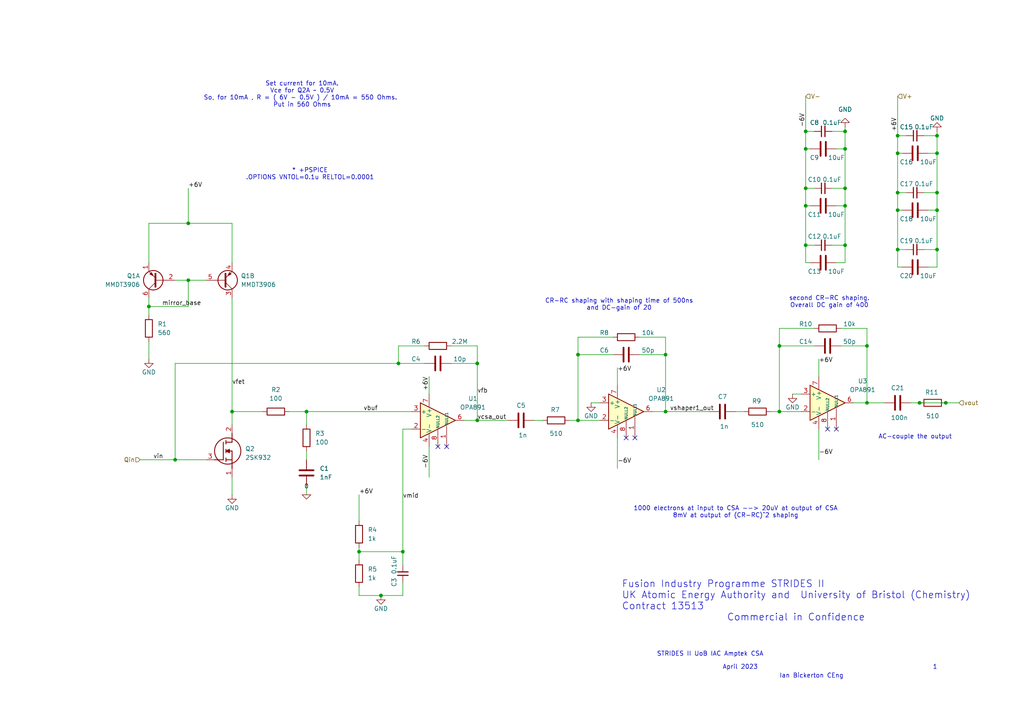
<source format=kicad_sch>
(kicad_sch (version 20231120) (generator "eeschema") (generator_version "8.0")
  (paper "A4")
  (lib_symbols
    (symbol "2SK932:2SK932" (pin_names hide)
      (property "Reference" "Q" (at 11.43 3.81 0))
      (property "Value" "2SK932" (at 11.43 1.27 0))
      (symbol "2SK932_1_1"
        (polyline (pts (xy 2.54 0) (xy 5.08 0)) (stroke (width 0.254)))
        (polyline (pts (xy 5.08 5.08) (xy 5.08 0)) (stroke (width 0.254)))
        (polyline (pts (xy 5.842 -0.508) (xy 5.842 0.508)) (stroke (width 0.254)))
        (polyline (pts (xy 5.842 0) (xy 7.62 0)) (stroke (width 0.254)))
        (polyline (pts (xy 5.842 2.032) (xy 5.842 3.048)) (stroke (width 0.254)))
        (polyline (pts (xy 5.842 5.588) (xy 5.842 4.572)) (stroke (width 0.254)))
        (polyline (pts (xy 7.62 2.54) (xy 5.842 2.54)) (stroke (width 0.254)))
        (polyline (pts (xy 7.62 2.54) (xy 7.62 -2.54)) (stroke (width 0.254)))
        (polyline (pts (xy 7.62 5.08) (xy 5.842 5.08)) (stroke (width 0.254)))
        (polyline (pts (xy 7.62 5.08) (xy 7.62 7.62)) (stroke (width 0.254)))
        (polyline (pts (xy 5.842 2.54) (xy 6.858 3.048) (xy 6.858 2.032) (xy 5.842 2.54)) (stroke (width 0.254)) (fill (type outline)))
        (circle (center 6.35 2.54) (radius 3.81) (stroke (width 0.254)))
        (pin passive line (at 7.62 -5.08 90) (length 2.54) (name "S") (number "1"))
        (pin passive line (at 7.62 10.16 270) (length 2.54) (name "D") (number "2"))
        (pin passive line (at 0 0 0) (length 2.54) (name "G") (number "3"))
      )
    )
    (symbol "Device:C" (pin_numbers hide) (pin_names (offset 0.254))
      (property "Reference" "C" (at 0.635 2.54 0))
      (property "Value" "C" (at 0.635 -2.54 0))
      (symbol "C_0_1"
        (polyline (pts (xy -2.032 -0.762) (xy 2.032 -0.762)) (stroke (width 0.508)))
        (polyline (pts (xy -2.032 0.762) (xy 2.032 0.762)) (stroke (width 0.508)))
      )
      (symbol "C_1_1"
        (pin passive line (at 0 3.81 270) (length 2.794) (name "~") (number "1"))
        (pin passive line (at 0 -3.81 90) (length 2.794) (name "~") (number "2"))
      )
    )
    (symbol "Device:C_Small" (pin_numbers hide) (pin_names (offset 0.254) hide)
      (property "Reference" "C" (at 0.254 1.778 0))
      (property "Value" "C_Small" (at 0.254 -2.032 0))
      (symbol "C_Small_0_1"
        (polyline (pts (xy -1.524 -0.508) (xy 1.524 -0.508)) (stroke (width 0.3302)))
        (polyline (pts (xy -1.524 0.508) (xy 1.524 0.508)) (stroke (width 0.3048)))
      )
      (symbol "C_Small_1_1"
        (pin passive line (at 0 2.54 270) (length 2.032) (name "~") (number "1"))
        (pin passive line (at 0 -2.54 90) (length 2.032) (name "~") (number "2"))
      )
    )
    (symbol "Device:R" (pin_numbers hide) (pin_names (offset 0))
      (property "Reference" "R" (at 2.032 0 90))
      (property "Value" "R" (at 0 0 90))
      (symbol "R_0_1"
        (rectangle (start -1.016 -2.54) (end 1.016 2.54) (stroke (width 0.254)))
      )
      (symbol "R_1_1"
        (pin passive line (at 0 3.81 270) (length 1.27) (name "~") (number "1"))
        (pin passive line (at 0 -3.81 90) (length 1.27) (name "~") (number "2"))
      )
    )
    (symbol "OPA891:OPA891" (pin_names (offset 0.127))
      (property "Reference" "U" (at 1.27 8.89 0))
      (property "Value" "OPA891" (at 1.27 6.35 0))
      (symbol "OPA891_0_1"
        (polyline (pts (xy -5.08 5.08) (xy 5.08 0) (xy -5.08 -5.08) (xy -5.08 5.08)) (stroke (width 0.254)) (fill (type background)))
      )
      (symbol "OPA891_1_0"
        (pin power_in line (at -2.54 7.62 270) (length 3.81) (name "V+") (number "7"))
        (pin bidirectional line (at 0 -7.62 90) (length 5.08) (name "NULL2") (number "8"))
      )
      (symbol "OPA891_1_1"
        (pin bidirectional line (at 2.54 -7.62 90) (length 6) (name "NULL1") (number "1"))
        (pin input line (at -7.62 -2.54 0) (length 2.54) (name "-") (number "2"))
        (pin input line (at -7.62 2.54 0) (length 2.54) (name "+") (number "3"))
        (pin power_in line (at -2.54 -7.62 90) (length 3.81) (name "V-") (number "4"))
        (pin output line (at 7.62 0 180) (length 2.54) (name "~") (number "6"))
      )
    )
    (symbol "Simulation_SPICE:0" (power) (pin_numbers hide) (pin_names (offset 0) hide)
      (property "Value" "0" (at 0 -2.54 0))
      (symbol "0_0_1"
        (polyline (pts (xy -1.27 0) (xy 0 -1.27) (xy 1.27 0) (xy -1.27 0)))
      )
      (symbol "0_1_1"
        (pin power_in line (at 0 0 0) (length 0) (name "~") (number "1"))
      )
    )
    (symbol "Transistor_BJT:MMDT3906" (pin_names (offset 0) hide)
      (property "Reference" "Q" (at 5.08 1.27 0))
      (property "Value" "MMDT3906" (at 5.08 -1.27 0))
      (symbol "MMDT3906_0_1"
        (polyline (pts (xy 0.635 0) (xy -2.54 0)))
        (polyline (pts (xy 0.635 0.635) (xy 2.54 2.54)))
        (polyline (pts (xy 0.635 -0.635) (xy 2.54 -2.54) (xy 2.54 -2.54)))
        (polyline (pts (xy 0.635 1.905) (xy 0.635 -1.905) (xy 0.635 -1.905)) (stroke (width 0.508)))
        (polyline (pts (xy 2.286 -1.778) (xy 1.778 -2.286) (xy 1.27 -1.27) (xy 2.286 -1.778) (xy 2.286 -1.778)) (fill (type outline)))
        (circle (center 1.27 0) (radius 2.8194) (stroke (width 0.254)))
      )
      (symbol "MMDT3906_1_1"
        (pin passive line (at 2.54 -5.08 90) (length 2.54) (name "E1") (number "1"))
        (pin input line (at -5.08 0 0) (length 2.54) (name "B1") (number "2"))
        (pin passive line (at 2.54 5.08 270) (length 2.54) (name "C1") (number "6"))
      )
      (symbol "MMDT3906_2_1"
        (pin passive line (at 2.54 5.08 270) (length 2.54) (name "C2") (number "3"))
        (pin passive line (at 2.54 -5.08 90) (length 2.54) (name "E2") (number "4"))
        (pin input line (at -5.08 0 0) (length 2.54) (name "B2") (number "5"))
      )
    )
    (symbol "power:GND" (power) (pin_names (offset 0))
      (property "Value" "GND" (at 0 -3.81 0))
      (symbol "GND_0_1"
        (polyline (pts (xy 0 0) (xy 0 -1.27) (xy 1.27 -1.27) (xy 0 -2.54) (xy -1.27 -1.27) (xy 0 -1.27)))
      )
      (symbol "GND_1_1"
        (pin power_in line (at 0 0 270) (length 0) hide (name "GND") (number "1"))
      )
    )
  )
  (junction (at 251.46 116.84))
  (junction (at 54.61 64.77))
  (junction (at 274.32 116.84))
  (junction (at 138.43 105.41))
  (junction (at 251.46 100.33))
  (junction (at 193.04 102.87))
  (junction (at 271.78 72.39))
  (junction (at 67.31 119.38))
  (junction (at 88.9 119.38))
  (junction (at 266.7 116.84))
  (junction (at 260.35 72.39))
  (junction (at 260.35 39.37))
  (junction (at 245.11 54.61))
  (junction (at 115.57 105.41))
  (junction (at 233.68 38.1))
  (junction (at 104.14 160.02))
  (junction (at 54.61 81.28))
  (junction (at 193.04 119.38))
  (junction (at 245.11 71.12))
  (junction (at 110.49 172.72))
  (junction (at 116.84 160.02))
  (junction (at 245.11 43.18))
  (junction (at 271.78 44.45))
  (junction (at 50.8 133.35))
  (junction (at 43.18 88.9))
  (junction (at 233.68 43.18))
  (junction (at 271.78 39.37))
  (junction (at 260.35 55.88))
  (junction (at 260.35 44.45))
  (junction (at 233.68 71.12))
  (junction (at 233.68 59.69))
  (junction (at 226.06 100.33))
  (junction (at 271.78 55.88))
  (junction (at 245.11 38.1))
  (junction (at 226.06 119.38))
  (junction (at 167.64 121.92))
  (junction (at 233.68 54.61))
  (junction (at 167.64 102.87))
  (junction (at 138.43 121.92))
  (junction (at 260.35 60.96))
  (junction (at 245.11 59.69))
  (junction (at 271.78 60.96))
  (no_connect (at 181.61 127))
  (no_connect (at 129.54 129.54))
  (no_connect (at 184.15 127))
  (no_connect (at 240.03 124.46))
  (no_connect (at 127 129.54))
  (no_connect (at 242.57 124.46))
  (wire (pts (xy 179.07 127) (xy 179.07 135.89)))
  (wire (pts (xy 251.46 100.33) (xy 251.46 116.84)))
  (wire (pts (xy 267.97 55.88) (xy 271.78 55.88)))
  (wire (pts (xy 123.19 100.33) (xy 115.57 100.33)))
  (wire (pts (xy 233.68 27.94) (xy 233.68 38.1)))
  (wire (pts (xy 116.84 163.83) (xy 116.84 160.02)))
  (wire (pts (xy 167.64 102.87) (xy 167.64 121.92)))
  (wire (pts (xy 245.11 43.18) (xy 245.11 54.61)))
  (wire (pts (xy 165.1 121.92) (xy 167.64 121.92)))
  (wire (pts (xy 261.62 60.96) (xy 260.35 60.96)))
  (wire (pts (xy 271.78 55.88) (xy 271.78 60.96)))
  (wire (pts (xy 130.81 100.33) (xy 138.43 100.33)))
  (wire (pts (xy 115.57 105.41) (xy 123.19 105.41)))
  (wire (pts (xy 54.61 81.28) (xy 59.69 81.28)))
  (wire (pts (xy 241.3 71.12) (xy 245.11 71.12)))
  (wire (pts (xy 67.31 64.77) (xy 54.61 64.77)))
  (wire (pts (xy 185.42 102.87) (xy 193.04 102.87)))
  (wire (pts (xy 266.7 116.84) (xy 274.32 116.84)))
  (wire (pts (xy 241.3 54.61) (xy 245.11 54.61)))
  (wire (pts (xy 134.62 121.92) (xy 138.43 121.92)))
  (wire (pts (xy 247.65 116.84) (xy 251.46 116.84)))
  (wire (pts (xy 267.97 39.37) (xy 271.78 39.37)))
  (wire (pts (xy 237.49 104.14) (xy 237.49 109.22)))
  (wire (pts (xy 271.78 39.37) (xy 271.78 38.1)))
  (wire (pts (xy 43.18 99.06) (xy 43.18 104.14)))
  (wire (pts (xy 271.78 44.45) (xy 271.78 55.88)))
  (wire (pts (xy 260.35 39.37) (xy 262.89 39.37)))
  (wire (pts (xy 242.57 43.18) (xy 245.11 43.18)))
  (wire (pts (xy 226.06 100.33) (xy 226.06 119.38)))
  (wire (pts (xy 243.84 95.25) (xy 251.46 95.25)))
  (wire (pts (xy 104.14 172.72) (xy 110.49 172.72)))
  (wire (pts (xy 138.43 105.41) (xy 138.43 121.92)))
  (wire (pts (xy 245.11 38.1) (xy 245.11 36.83)))
  (wire (pts (xy 116.84 160.02) (xy 104.14 160.02)))
  (wire (pts (xy 54.61 81.28) (xy 54.61 88.9)))
  (wire (pts (xy 154.94 121.92) (xy 157.48 121.92)))
  (wire (pts (xy 104.14 158.75) (xy 104.14 160.02)))
  (wire (pts (xy 269.24 77.47) (xy 271.78 77.47)))
  (wire (pts (xy 260.35 55.88) (xy 260.35 60.96)))
  (wire (pts (xy 271.78 44.45) (xy 271.78 39.37)))
  (wire (pts (xy 243.84 100.33) (xy 251.46 100.33)))
  (wire (pts (xy 50.8 133.35) (xy 59.69 133.35)))
  (wire (pts (xy 43.18 64.77) (xy 43.18 76.2)))
  (wire (pts (xy 119.38 124.46) (xy 116.84 124.46)))
  (wire (pts (xy 264.16 116.84) (xy 266.7 116.84)))
  (wire (pts (xy 251.46 116.84) (xy 256.54 116.84)))
  (wire (pts (xy 245.11 59.69) (xy 245.11 71.12)))
  (wire (pts (xy 226.06 119.38) (xy 232.41 119.38)))
  (wire (pts (xy 179.07 106.68) (xy 179.07 111.76)))
  (wire (pts (xy 193.04 97.79) (xy 193.04 102.87)))
  (wire (pts (xy 88.9 119.38) (xy 88.9 123.19)))
  (wire (pts (xy 260.35 44.45) (xy 260.35 55.88)))
  (wire (pts (xy 88.9 119.38) (xy 119.38 119.38)))
  (wire (pts (xy 67.31 123.19) (xy 67.31 119.38)))
  (wire (pts (xy 245.11 54.61) (xy 245.11 59.69)))
  (wire (pts (xy 54.61 54.61) (xy 54.61 64.77)))
  (wire (pts (xy 104.14 160.02) (xy 104.14 162.56)))
  (wire (pts (xy 260.35 60.96) (xy 260.35 72.39)))
  (wire (pts (xy 233.68 76.2) (xy 234.95 76.2)))
  (wire (pts (xy 233.68 43.18) (xy 233.68 38.1)))
  (wire (pts (xy 67.31 138.43) (xy 67.31 143.51)))
  (wire (pts (xy 261.62 77.47) (xy 260.35 77.47)))
  (wire (pts (xy 233.68 59.69) (xy 233.68 54.61)))
  (wire (pts (xy 104.14 170.18) (xy 104.14 172.72)))
  (wire (pts (xy 116.84 168.91) (xy 116.84 172.72)))
  (wire (pts (xy 40.64 133.35) (xy 50.8 133.35)))
  (wire (pts (xy 124.46 109.22) (xy 124.46 114.3)))
  (wire (pts (xy 193.04 119.38) (xy 205.74 119.38)))
  (wire (pts (xy 104.14 143.51) (xy 104.14 151.13)))
  (wire (pts (xy 43.18 86.36) (xy 43.18 88.9)))
  (wire (pts (xy 233.68 43.18) (xy 233.68 54.61)))
  (wire (pts (xy 242.57 76.2) (xy 245.11 76.2)))
  (wire (pts (xy 54.61 88.9) (xy 43.18 88.9)))
  (wire (pts (xy 50.8 105.41) (xy 50.8 133.35)))
  (wire (pts (xy 171.45 116.84) (xy 173.99 116.84)))
  (wire (pts (xy 229.87 114.3) (xy 232.41 114.3)))
  (wire (pts (xy 138.43 100.33) (xy 138.43 105.41)))
  (wire (pts (xy 67.31 86.36) (xy 67.31 119.38)))
  (wire (pts (xy 116.84 124.46) (xy 116.84 160.02)))
  (wire (pts (xy 251.46 95.25) (xy 251.46 100.33)))
  (wire (pts (xy 260.35 72.39) (xy 262.89 72.39)))
  (wire (pts (xy 260.35 27.94) (xy 260.35 39.37)))
  (wire (pts (xy 271.78 60.96) (xy 271.78 72.39)))
  (wire (pts (xy 124.46 129.54) (xy 124.46 138.43)))
  (wire (pts (xy 138.43 121.92) (xy 147.32 121.92)))
  (wire (pts (xy 261.62 44.45) (xy 260.35 44.45)))
  (wire (pts (xy 185.42 97.79) (xy 193.04 97.79)))
  (wire (pts (xy 233.68 59.69) (xy 234.95 59.69)))
  (wire (pts (xy 269.24 60.96) (xy 271.78 60.96)))
  (wire (pts (xy 177.8 97.79) (xy 167.64 97.79)))
  (wire (pts (xy 260.35 55.88) (xy 262.89 55.88)))
  (wire (pts (xy 233.68 59.69) (xy 233.68 71.12)))
  (wire (pts (xy 83.82 119.38) (xy 88.9 119.38)))
  (wire (pts (xy 245.11 43.18) (xy 245.11 38.1)))
  (wire (pts (xy 193.04 102.87) (xy 193.04 119.38)))
  (wire (pts (xy 50.8 105.41) (xy 115.57 105.41)))
  (wire (pts (xy 274.32 116.84) (xy 278.13 116.84)))
  (wire (pts (xy 88.9 130.81) (xy 88.9 133.35)))
  (wire (pts (xy 67.31 119.38) (xy 76.2 119.38)))
  (wire (pts (xy 213.36 119.38) (xy 215.9 119.38)))
  (wire (pts (xy 236.22 38.1) (xy 233.68 38.1)))
  (wire (pts (xy 226.06 95.25) (xy 226.06 100.33)))
  (wire (pts (xy 116.84 172.72) (xy 110.49 172.72)))
  (wire (pts (xy 67.31 76.2) (xy 67.31 64.77)))
  (wire (pts (xy 236.22 95.25) (xy 226.06 95.25)))
  (wire (pts (xy 242.57 59.69) (xy 245.11 59.69)))
  (wire (pts (xy 223.52 119.38) (xy 226.06 119.38)))
  (wire (pts (xy 260.35 72.39) (xy 260.35 77.47)))
  (wire (pts (xy 236.22 71.12) (xy 233.68 71.12)))
  (wire (pts (xy 88.9 140.97) (xy 88.9 143.51)))
  (wire (pts (xy 245.11 76.2) (xy 245.11 71.12)))
  (wire (pts (xy 54.61 64.77) (xy 43.18 64.77)))
  (wire (pts (xy 43.18 88.9) (xy 43.18 91.44)))
  (wire (pts (xy 50.8 81.28) (xy 54.61 81.28)))
  (wire (pts (xy 130.81 105.41) (xy 138.43 105.41)))
  (wire (pts (xy 226.06 100.33) (xy 236.22 100.33)))
  (wire (pts (xy 233.68 76.2) (xy 233.68 71.12)))
  (wire (pts (xy 167.64 97.79) (xy 167.64 102.87)))
  (wire (pts (xy 260.35 39.37) (xy 260.35 44.45)))
  (wire (pts (xy 271.78 77.47) (xy 271.78 72.39)))
  (wire (pts (xy 267.97 72.39) (xy 271.78 72.39)))
  (wire (pts (xy 241.3 38.1) (xy 245.11 38.1)))
  (wire (pts (xy 167.64 121.92) (xy 173.99 121.92)))
  (wire (pts (xy 233.68 43.18) (xy 234.95 43.18)))
  (wire (pts (xy 189.23 119.38) (xy 193.04 119.38)))
  (wire (pts (xy 167.64 102.87) (xy 177.8 102.87)))
  (wire (pts (xy 237.49 124.46) (xy 237.49 133.35)))
  (wire (pts (xy 236.22 54.61) (xy 233.68 54.61)))
  (wire (pts (xy 269.24 44.45) (xy 271.78 44.45)))
  (wire (pts (xy 115.57 100.33) (xy 115.57 105.41)))
  (text "* +PSPICE\n.OPTIONS VNTOL=0.1u RELTOL=0.0001\n" (at 89.916 50.546 0) (effects (font (size 1.27 1.27))))
  (text "STRIDES II UoB IAC Amptek CSA" (at 190.5 190.5 0) (effects (font (size 1.27 1.27)) (justify left bottom)))
  (text "CR-RC shaping with shaping time of 500ns\nand DC-gain of 20" (at 179.578 88.392 0) (effects (font (size 1.27 1.27))))
  (text "Ian Bickerton CEng" (at 226.06 196.85 0) (effects (font (size 1.27 1.27)) (justify left bottom)))
  (text "Set current for 10mA.\nVce for Q2A ~ 0.5V\nSo, for 10mA , R = ( 6V - 0.5V ) / 10mA = 550 Ohms. \nPut in 560 Ohms" (at 87.63 27.432 0) (effects (font (size 1.27 1.27))))
  (text "Fusion Industry Programme STRIDES II\nUK Atomic Energy Authority and  University of Bristol (Chemistry)\nContract 13513\n                    Commercial in Confidence " (at 180.34 180.34 0) (effects (font (size 2 2)) (justify left bottom)))
  (text "1" (at 270.51 194.31 0) (effects (font (size 1.27 1.27)) (justify left bottom)))
  (text "AC-couple the output" (at 265.43 126.746 0) (effects (font (size 1.27 1.27))))
  (text "1000 electrons at input to CSA --> 20uV at output of CSA\n8mV at output of (CR-RC)^2 shaping\n" (at 213.36 148.59 0) (effects (font (size 1.27 1.27))))
  (text "second CR-RC shaping.\nOverall DC gain of 400\n" (at 240.538 87.63 0) (effects (font (size 1.27 1.27))))
  (text "April 2023" (at 209.55 194.31 0) (effects (font (size 1.27 1.27)) (justify left bottom)))
  (label "vshaper1_out" (at 194.31 119.38 0))
  (label "+6V" (at 237.49 105.41 0))
  (label "-6V" (at 179.07 134.62 0))
  (label "vfet" (at 67.31 111.76 0))
  (label "vin" (at 44.45 133.35 0))
  (label "-6V" (at 124.46 135.89 90))
  (label "-6V" (at 233.68 36.83 90))
  (label "mirror_base" (at 46.99 88.9 0))
  (label "+6V" (at 260.35 38.1 90))
  (label "+6V" (at 179.07 107.95 0))
  (label "vmid" (at 116.84 144.78 0))
  (label "+6V" (at 104.14 143.51 0))
  (label "-6V" (at 237.49 132.08 0))
  (label "+6V" (at 54.61 54.61 0))
  (label "vbuf" (at 105.41 119.38 0))
  (label "vfb" (at 138.43 114.3 0))
  (label "+6V" (at 124.46 109.22 270))
  (label "vcsa_out" (at 138.43 121.92 0))
  (hierarchical_label "V+" (shape input) (at 260.35 27.94 0))
  (hierarchical_label "Qin" (shape input) (at 40.64 133.35 180))
  (hierarchical_label "V-" (shape input) (at 233.68 27.94 0))
  (hierarchical_label "vout" (shape input) (at 278.13 116.84 0))
  (symbol (lib_id "Device:C_Small") (at 116.84 166.37 0) (mirror x) (unit 1)
    (property "Reference" "C3" (at 114.3 168.91 90))
    (property "Value" "0.1uF" (at 114.3 163.83 90))
    (property "Footprint" "Capacitor_SMD:C_0805_2012Metric" (effects (hide yes)))
  )
  (symbol (lib_id "power:GND") (at 43.18 104.14 0) (mirror y) (unit 1)
    (property "Reference" "#PWR01" (effects (hide yes)))
    (property "Value" "GND" (at 43.18 107.95 0))
  )
  (symbol (lib_id "Device:R") (at 270.51 116.84 90) (unit 1)
    (property "Reference" "R11" (at 270.256 113.792 90))
    (property "Value" "510" (at 270.51 120.65 90))
    (property "Footprint" "Resistor_SMD:R_0603_1608Metric_Pad0.98x0.95mm_HandSolder" (effects (hide yes)))
  )
  (symbol (lib_id "Device:R") (at 219.71 119.38 90) (unit 1)
    (property "Reference" "R9" (at 219.456 116.332 90))
    (property "Value" "510" (at 219.71 123.19 90))
    (property "Footprint" "Resistor_SMD:R_0603_1608Metric_Pad0.98x0.95mm_HandSolder" (effects (hide yes)))
  )
  (symbol (lib_id "Device:C") (at 209.55 119.38 90) (unit 1)
    (property "Reference" "C7" (at 209.55 115.062 90))
    (property "Value" "1n" (at 210.058 123.698 90))
    (property "Footprint" "Resistor_SMD:R_0603_1608Metric_Pad0.98x0.95mm_HandSolder" (effects (hide yes)))
  )
  (symbol (lib_id "OPA891:OPA891") (at 127 121.92 0) (unit 1)
    (property "Reference" "U1" (at 137.16 115.6014 0))
    (property "Value" "OPA891" (at 137.16 118.1414 0))
    (property "Footprint" "Package_SO:SOIC-8_7.5x5.85mm_P1.27mm" (effects (hide yes)))
    (property "Datasheet" "https://www.analog.com/media/en/technical-documentation/data-sheets/AD8099.pdf" (effects (hide yes)))
    (property "Description" "OPA891, 180 MHz, 0.95 nV/√Hz, Ultra-low THD, Operational Amplifier, SOIC" (effects (hide yes)))
    (property "Sim.Library" "OPA891_Model_V1p1.lib" (effects (hide yes)))
    (property "Sim.Name" "OPA891" (effects (hide yes)))
    (property "Sim.Device" "SUBCKT" (effects (hide yes)))
    (property "Sim.Pins" "2=IN- 3=IN+ 4=V- 6=OUT 7=V+" (effects (hide yes)))
  )
  (symbol (lib_id "power:GND") (at 110.49 172.72 0) (unit 1)
    (property "Reference" "#PWR03" (effects (hide yes)))
    (property "Value" "GND" (at 110.49 176.53 0))
  )
  (symbol (lib_id "power:GND") (at 245.11 36.83 0) (mirror x) (unit 1)
    (property "Reference" "#PWR06" (effects (hide yes)))
    (property "Value" "GND" (at 245.11 31.75 0))
  )
  (symbol (lib_id "Transistor_BJT:MMDT3906") (at 64.77 81.28 0) (mirror x) (unit 2)
    (property "Reference" "Q1" (at 69.85 80.0099 0) (effects (justify left)))
    (property "Value" "MMDT3906" (at 69.85 82.5499 0) (effects (justify left)))
    (property "Footprint" "Package_TO_SOT_SMD:SOT-363_SC-70-6" (effects (hide yes)))
    (property "Datasheet" "http://www.diodes.com/_files/datasheets/ds30124.pdf" (effects (hide yes)))
    (property "Description" "200mA IC, 40V Vce, Dual PNP/PNP Transistors, SOT-363" (effects (hide yes)))
    (property "Sim.Library" "MMDT3906\\MMDT3906Q_both.txt" (effects (hide yes)))
    (property "Sim.Name" "MMDT3906" (effects (hide yes)))
    (property "Sim.Device" "SUBCKT" (effects (hide yes)))
    (property "Sim.Pins" "1=1 2=2 3=3 4=4 5=5 6=6" (effects (hide yes)))
  )
  (symbol (lib_id "Device:C") (at 238.76 43.18 90) (mirror x) (unit 1)
    (property "Reference" "C9" (at 236.22 45.72 90))
    (property "Value" "10uF" (at 242.57 45.72 90))
    (property "Footprint" "Capacitor_SMD:C_0805_2012Metric" (effects (hide yes)))
  )
  (symbol (lib_id "Device:C_Small") (at 265.43 39.37 90) (mirror x) (unit 1)
    (property "Reference" "C15" (at 262.89 36.83 90))
    (property "Value" "0.1uF" (at 267.97 36.83 90))
    (property "Footprint" "Capacitor_SMD:C_0805_2012Metric" (effects (hide yes)))
  )
  (symbol (lib_id "power:GND") (at 171.45 116.84 0) (unit 1)
    (property "Reference" "#PWR04" (effects (hide yes)))
    (property "Value" "GND" (at 171.45 120.65 0))
  )
  (symbol (lib_id "Simulation_SPICE:0") (at 88.9 143.51 0) (unit 1)
    (property "Reference" "#GND02" (effects (hide yes)))
    (property "Value" "0" (at 88.9 140.97 0))
    (property "Datasheet" "https://ngspice.sourceforge.io/docs/ngspice-html-manual/manual.xhtml#subsec_Circuit_elements__device" (effects (hide yes)))
    (property "Description" "0V reference potential for simulation" (effects (hide yes)))
  )
  (symbol (lib_id "Device:R") (at 104.14 166.37 0) (unit 1)
    (property "Reference" "R5" (at 106.68 165.0999 0) (effects (justify left)))
    (property "Value" "1k" (at 106.68 167.6399 0) (effects (justify left)))
    (property "Footprint" "Resistor_SMD:R_0603_1608Metric" (effects (hide yes)))
    (property "Description" "Resistor" (effects (hide yes)))
  )
  (symbol (lib_id "OPA891:OPA891") (at 240.03 116.84 0) (unit 1)
    (property "Reference" "U3" (at 250.19 110.5214 0))
    (property "Value" "OPA891" (at 250.19 113.0614 0))
    (property "Footprint" "Package_SO:SOIC-8_7.5x5.85mm_P1.27mm" (effects (hide yes)))
    (property "Datasheet" "https://www.analog.com/media/en/technical-documentation/data-sheets/AD8099.pdf" (effects (hide yes)))
    (property "Description" "OPA891, 180 MHz, 0.95 nV/√Hz, Ultra-low THD, Operational Amplifier, SOIC" (effects (hide yes)))
    (property "Sim.Library" "OPA891_Model_V1p1.lib" (effects (hide yes)))
    (property "Sim.Name" "OPA891" (effects (hide yes)))
    (property "Sim.Device" "SUBCKT" (effects (hide yes)))
    (property "Sim.Pins" "2=IN- 3=IN+ 4=V- 6=OUT 7=V+" (effects (hide yes)))
  )
  (symbol (lib_id "Device:R") (at 80.01 119.38 90) (unit 1)
    (property "Reference" "R2" (at 80.01 113.03 90))
    (property "Value" "100" (at 80.01 115.57 90))
    (property "Description" "Resistor" (effects (hide yes)))
  )
  (symbol (lib_id "Device:C") (at 265.43 60.96 90) (mirror x) (unit 1)
    (property "Reference" "C18" (at 262.89 63.5 90))
    (property "Value" "10uF" (at 269.24 63.5 90))
    (property "Footprint" "Capacitor_SMD:C_0805_2012Metric" (effects (hide yes)))
  )
  (symbol (lib_id "Device:C_Small") (at 265.43 72.39 90) (mirror x) (unit 1)
    (property "Reference" "C19" (at 262.89 69.85 90))
    (property "Value" "0.1uF" (at 267.97 69.85 90))
    (property "Footprint" "Capacitor_SMD:C_0805_2012Metric" (effects (hide yes)))
  )
  (symbol (lib_id "Device:C") (at 260.35 116.84 90) (unit 1)
    (property "Reference" "C21" (at 260.35 112.522 90))
    (property "Value" "100n" (at 260.858 121.158 90))
    (property "Footprint" "Resistor_SMD:R_0603_1608Metric_Pad0.98x0.95mm_HandSolder" (effects (hide yes)))
  )
  (symbol (lib_id "Device:R") (at 88.9 127 0) (unit 1)
    (property "Reference" "R3" (at 91.44 125.7299 0) (effects (justify left)))
    (property "Value" "100" (at 91.44 128.2699 0) (effects (justify left)))
    (property "Description" "Resistor" (effects (hide yes)))
  )
  (symbol (lib_id "Device:C") (at 88.9 137.16 0) (unit 1)
    (property "Reference" "C1" (at 92.71 135.8899 0) (effects (justify left)))
    (property "Value" "1nF" (at 92.71 138.4299 0) (effects (justify left)))
    (property "Description" "Unpolarized capacitor" (effects (hide yes)))
  )
  (symbol (lib_id "Device:C_Small") (at 265.43 55.88 90) (mirror x) (unit 1)
    (property "Reference" "C17" (at 262.89 53.34 90))
    (property "Value" "0.1uF" (at 267.97 53.34 90))
    (property "Footprint" "Capacitor_SMD:C_0805_2012Metric" (effects (hide yes)))
  )
  (symbol (lib_id "Device:R") (at 127 100.33 90) (unit 1)
    (property "Reference" "R6" (at 120.65 99.06 90))
    (property "Value" "2.2M" (at 133.35 99.06 90))
    (property "Footprint" "Resistor_SMD:R_0603_1608Metric_Pad0.98x0.95mm_HandSolder" (effects (hide yes)))
  )
  (symbol (lib_id "power:GND") (at 67.31 143.51 0) (mirror y) (unit 1)
    (property "Reference" "#PWR02" (effects (hide yes)))
    (property "Value" "GND" (at 67.31 147.32 0))
  )
  (symbol (lib_id "Device:C") (at 238.76 76.2 90) (mirror x) (unit 1)
    (property "Reference" "C13" (at 236.22 78.74 90))
    (property "Value" "10uF" (at 242.57 78.74 90))
    (property "Footprint" "Capacitor_SMD:C_0805_2012Metric" (effects (hide yes)))
  )
  (symbol (lib_id "power:GND") (at 229.87 114.3 0) (unit 1)
    (property "Reference" "#PWR05" (effects (hide yes)))
    (property "Value" "GND" (at 229.87 118.11 0))
  )
  (symbol (lib_id "Device:C") (at 238.76 59.69 90) (mirror x) (unit 1)
    (property "Reference" "C11" (at 236.22 62.23 90))
    (property "Value" "10uF" (at 242.57 62.23 90))
    (property "Footprint" "Capacitor_SMD:C_0805_2012Metric" (effects (hide yes)))
  )
  (symbol (lib_id "Device:R") (at 43.18 95.25 0) (unit 1)
    (property "Reference" "R1" (at 45.72 93.9799 0) (effects (justify left)))
    (property "Value" "560" (at 45.72 96.5199 0) (effects (justify left)))
    (property "Footprint" "Resistor_SMD:R_0603_1608Metric" (effects (hide yes)))
    (property "Description" "Resistor" (effects (hide yes)))
  )
  (symbol (lib_id "Device:C") (at 127 105.41 90) (unit 1)
    (property "Reference" "C4" (at 120.65 104.14 90))
    (property "Value" "10p" (at 133.35 104.14 90))
    (property "Footprint" "Resistor_SMD:R_0603_1608Metric_Pad0.98x0.95mm_HandSolder" (effects (hide yes)))
  )
  (symbol (lib_id "Device:C") (at 181.61 102.87 90) (unit 1)
    (property "Reference" "C6" (at 175.26 101.6 90))
    (property "Value" "50p" (at 187.96 101.6 90))
    (property "Footprint" "Resistor_SMD:R_0603_1608Metric_Pad0.98x0.95mm_HandSolder" (effects (hide yes)))
  )
  (symbol (lib_id "2SK932:2SK932") (at 59.69 133.35 0) (unit 1)
    (property "Reference" "Q2" (at 71.12 130.175 0) (effects (justify left)))
    (property "Value" "2SK932" (at 71.12 132.715 0) (effects (justify left)))
    (property "Footprint" "Package_TO_SOT_SMD:SOT-23" (effects (hide yes)))
    (property "Datasheet" "https://www.onsemi.com/download/data-sheet/pdf/2sk932-d.pdf" (effects (hide yes)))
    (property "Height" "1.35" (effects (hide yes)))
    (property "Manufacturer_Name" "onsemi" (effects (hide yes)))
    (property "Manufacturer_Part_Number" "2SK932" (effects (hide yes)))
    (property "Sim.Library" "2SK932\\2SK932-23 MODEL_REV0.TXT" (effects (hide yes)))
    (property "Sim.Name" "2SK932CP23" (effects (hide yes)))
    (property "Sim.Device" "SUBCKT" (effects (hide yes)))
    (property "Sim.Pins" "1=1 2=2 3=3" (effects (hide yes)))
  )
  (symbol (lib_id "Device:C_Small") (at 238.76 54.61 90) (mirror x) (unit 1)
    (property "Reference" "C10" (at 236.22 52.07 90))
    (property "Value" "0.1uF" (at 241.3 52.07 90))
    (property "Footprint" "Capacitor_SMD:C_0805_2012Metric" (effects (hide yes)))
  )
  (symbol (lib_id "Device:R") (at 181.61 97.79 90) (unit 1)
    (property "Reference" "R8" (at 175.26 96.52 90))
    (property "Value" "10k" (at 187.96 96.52 90))
    (property "Footprint" "Resistor_SMD:R_0603_1608Metric_Pad0.98x0.95mm_HandSolder" (effects (hide yes)))
  )
  (symbol (lib_id "Device:C") (at 151.13 121.92 90) (unit 1)
    (property "Reference" "C5" (at 151.13 117.602 90))
    (property "Value" "1n" (at 151.638 126.238 90))
    (property "Footprint" "Resistor_SMD:R_0603_1608Metric_Pad0.98x0.95mm_HandSolder" (effects (hide yes)))
  )
  (symbol (lib_id "power:GND") (at 271.78 38.1 0) (mirror x) (unit 1)
    (property "Reference" "#PWR07" (effects (hide yes)))
    (property "Value" "GND" (at 271.78 34.29 0))
  )
  (symbol (lib_id "Device:C_Small") (at 238.76 71.12 90) (mirror x) (unit 1)
    (property "Reference" "C12" (at 236.22 68.58 90))
    (property "Value" "0.1uF" (at 241.3 68.58 90))
    (property "Footprint" "Capacitor_SMD:C_0805_2012Metric" (effects (hide yes)))
  )
  (symbol (lib_id "Device:R") (at 161.29 121.92 90) (unit 1)
    (property "Reference" "R7" (at 161.036 118.872 90))
    (property "Value" "510" (at 161.29 125.73 90))
    (property "Footprint" "Resistor_SMD:R_0603_1608Metric_Pad0.98x0.95mm_HandSolder" (effects (hide yes)))
  )
  (symbol (lib_id "Device:R") (at 240.03 95.25 90) (unit 1)
    (property "Reference" "R10" (at 233.68 93.98 90))
    (property "Value" "10k" (at 246.38 93.98 90))
    (property "Footprint" "Resistor_SMD:R_0603_1608Metric_Pad0.98x0.95mm_HandSolder" (effects (hide yes)))
  )
  (symbol (lib_id "Device:C") (at 240.03 100.33 90) (unit 1)
    (property "Reference" "C14" (at 233.68 99.06 90))
    (property "Value" "50p" (at 246.38 99.06 90))
    (property "Footprint" "Resistor_SMD:R_0603_1608Metric_Pad0.98x0.95mm_HandSolder" (effects (hide yes)))
  )
  (symbol (lib_id "Transistor_BJT:MMDT3906") (at 45.72 81.28 180) (unit 1)
    (property "Reference" "Q1" (at 40.64 80.0099 0) (effects (justify left)))
    (property "Value" "MMDT3906" (at 40.64 82.5499 0) (effects (justify left)))
    (property "Footprint" "Package_TO_SOT_SMD:SOT-363_SC-70-6" (effects (hide yes)))
    (property "Datasheet" "http://www.diodes.com/_files/datasheets/ds30124.pdf" (effects (hide yes)))
    (property "Description" "200mA IC, 40V Vce, Dual PNP/PNP Transistors, SOT-363" (effects (hide yes)))
    (property "Sim.Library" "MMDT3906\\MMDT3906Q_both.txt" (effects (hide yes)))
    (property "Sim.Name" "MMDT3906" (effects (hide yes)))
    (property "Sim.Device" "SUBCKT" (effects (hide yes)))
    (property "Sim.Pins" "1=1 2=2 3=3 4=4 5=5 6=6" (effects (hide yes)))
  )
  (symbol (lib_id "Device:C_Small") (at 238.76 38.1 90) (mirror x) (unit 1)
    (property "Reference" "C8" (at 236.22 35.56 90))
    (property "Value" "0.1uF" (at 241.3 35.56 90))
    (property "Footprint" "Capacitor_SMD:C_0805_2012Metric" (effects (hide yes)))
  )
  (symbol (lib_id "OPA891:OPA891") (at 181.61 119.38 0) (unit 1)
    (property "Reference" "U2" (at 191.77 113.0614 0))
    (property "Value" "OPA891" (at 191.77 115.6014 0))
    (property "Footprint" "Package_SO:SOIC-8_7.5x5.85mm_P1.27mm" (effects (hide yes)))
    (property "Datasheet" "https://www.analog.com/media/en/technical-documentation/data-sheets/AD8099.pdf" (effects (hide yes)))
    (property "Description" "OPA891, 180 MHz, 0.95 nV/√Hz, Ultra-low THD, Operational Amplifier, SOIC" (effects (hide yes)))
    (property "Sim.Library" "OPA891_Model_V1p1.lib" (effects (hide yes)))
    (property "Sim.Name" "OPA891" (effects (hide yes)))
    (property "Sim.Device" "SUBCKT" (effects (hide yes)))
    (property "Sim.Pins" "2=IN- 3=IN+ 4=V- 6=OUT 7=V+" (effects (hide yes)))
  )
  (symbol (lib_id "Device:C") (at 265.43 77.47 90) (mirror x) (unit 1)
    (property "Reference" "C20" (at 262.89 80.01 90))
    (property "Value" "10uF" (at 269.24 80.01 90))
    (property "Footprint" "Capacitor_SMD:C_0805_2012Metric" (effects (hide yes)))
  )
  (symbol (lib_id "Device:R") (at 104.14 154.94 0) (unit 1)
    (property "Reference" "R4" (at 106.68 153.6699 0) (effects (justify left)))
    (property "Value" "1k" (at 106.68 156.2099 0) (effects (justify left)))
    (property "Footprint" "Resistor_SMD:R_0603_1608Metric" (effects (hide yes)))
    (property "Description" "Resistor" (effects (hide yes)))
  )
  (symbol (lib_id "Device:C") (at 265.43 44.45 90) (mirror x) (unit 1)
    (property "Reference" "C16" (at 262.89 46.99 90))
    (property "Value" "10uF" (at 269.24 46.99 90))
    (property "Footprint" "Capacitor_SMD:C_0805_2012Metric" (effects (hide yes)))
  )
)
</source>
